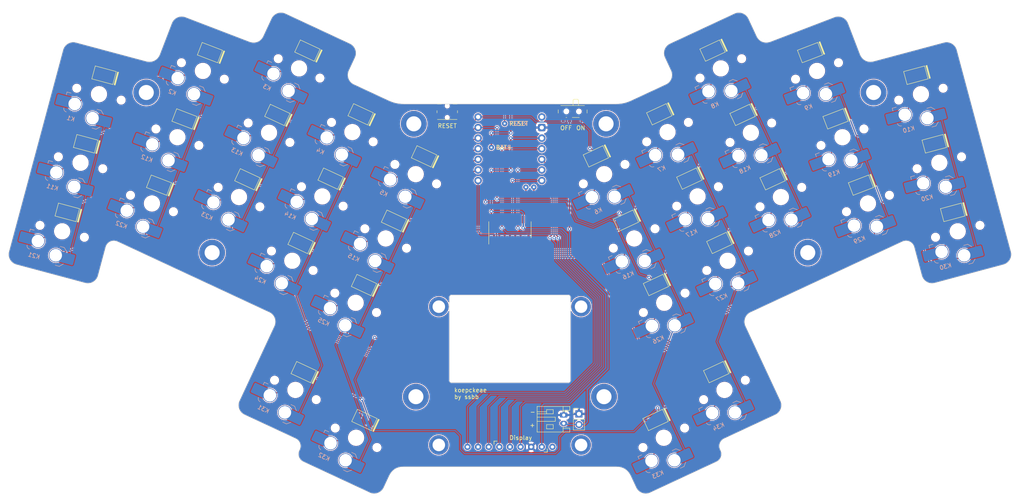
<source format=kicad_pcb>
(kicad_pcb (version 20221018) (generator pcbnew)
  (layers (0 "F.Cu" signal) (31 "B.Cu" signal) (34 "B.Paste" user) (35 "F.Paste" user) (36 "B.SilkS" user "B.Silkscreen") (37 "F.SilkS" user "F.Silkscreen") (38 "B.Mask" user) (39 "F.Mask" user) (44 "Edge.Cuts" user))
  (net 0 "")
  (net 1 "P009")
  (net 2 "P010")
  (net 3 "MISO")
  (net 4 "HEADER_CS")
  (net 5 "MOSI")
  (net 6 "SCK")
  (net 7 "GND")
  (net 8 "VCC")
  (net 10 "VBAT")
  (net 11 "COL0")
  (net 12 "Net-(K1-Pad2)")
  (net 13 "ROW0")
  (net 14 "COL1")
  (net 15 "Net-(K2-Pad2)")
  (net 16 "COL2")
  (net 17 "Net-(K3-Pad2)")
  (net 18 "COL3")
  (net 19 "Net-(K4-Pad2)")
  (net 20 "COL4")
  (net 21 "Net-(K5-Pad2)")
  (net 22 "COL5")
  (net 23 "Net-(K6-Pad2)")
  (net 24 "COL6")
  (net 25 "Net-(K7-Pad2)")
  (net 26 "COL7")
  (net 27 "Net-(K8-Pad2)")
  (net 28 "COL8")
  (net 29 "Net-(K9-Pad2)")
  (net 30 "COL9")
  (net 31 "Net-(K10-Pad2)")
  (net 32 "Net-(K11-Pad2)")
  (net 33 "ROW1")
  (net 34 "Net-(K12-Pad2)")
  (net 35 "Net-(K13-Pad2)")
  (net 36 "Net-(K14-Pad2)")
  (net 37 "Net-(K15-Pad2)")
  (net 38 "Net-(K16-Pad2)")
  (net 39 "Net-(K17-Pad2)")
  (net 40 "Net-(K18-Pad2)")
  (net 41 "Net-(K19-Pad2)")
  (net 42 "Net-(K20-Pad2)")
  (net 43 "Net-(K21-Pad2)")
  (net 44 "ROW2")
  (net 45 "Net-(K22-Pad2)")
  (net 46 "Net-(K23-Pad2)")
  (net 47 "Net-(K24-Pad2)")
  (net 48 "Net-(K25-Pad2)")
  (net 49 "Net-(K26-Pad2)")
  (net 50 "Net-(K27-Pad2)")
  (net 51 "Net-(K28-Pad2)")
  (net 52 "Net-(K29-Pad2)")
  (net 53 "Net-(K30-Pad2)")
  (net 54 "Net-(K31-Pad2)")
  (net 55 "ROW3")
  (net 56 "Net-(K32-Pad2)")
  (net 57 "Net-(K33-Pad2)")
  (net 58 "Net-(K34-Pad2)")
  (net 59 "RESET")
  (net 61 "BAT+")
  (net 63 "IO_CS")
  (footprint "koepckeae:SW_choc_v1_HS_1u" (layer "F.Cu") (at 229.276751 63.034439 21)
    (fp_text reference "K19")
    (fp_text value "PG1350" hide)
  )
  (footprint "koepckeae:SW_choc_v1_HS_1u" (layer "F.Cu") (at 92.083888 61.960348 -25)
    (fp_text reference "K13")
    (fp_text value "PG1350" hide)
  )
  (footprint "koepckeae:SW_choc_v1_HS_1u" (layer "F.Cu") (at 194.60839 77.213528 25)
    (fp_text reference "K17")
    (fp_text value "PG1350" hide)
  )
  (footprint "koepckeae:SW_choc_v1_HS_1u" (layer "F.Cu") (at 186.5289 135.01382 25)
    (fp_text reference "K33")
    (fp_text value "PG1350" hide)
  )
  (footprint "koepckeae:SW_choc_v1_HS_1u" (layer "F.Cu") (at 84.899289 77.367773 -25)
    (fp_text reference "K23")
    (fp_text value "PG1350" hide)
  )
  (footprint "koepckeae:MountingHole" (layer "F.Cu") (at 127.22021 125.174882)
    (fp_text reference "H7" hide)
    (fp_text value "MountingHole" hide)
  )
  (footprint "koepckeae:SW_choc_v1_HS_1u" (layer "F.Cu") (at 127.180576 71.878453 -25)
    (fp_text reference "K5")
    (fp_text value "PG1350" hide)
  )
  (footprint "koepckeae:SW_choc_v1_HS_1u" (layer "F.Cu") (at 200.171923 46.552914 25)
    (fp_text reference "K8")
    (fp_text value "PG1350" hide)
  )
  (footprint "koepckeae:SW_choc_v1_HS_1u" (layer "F.Cu") (at 42.594473 85.570404 -15)
    (fp_text reference "K21")
    (fp_text value "PG1350" hide)
  )
  (footprint "koepckeae:Adafruit_Sharp_Memory_Display_1.3in" (layer "F.Cu") (at 149.720207 120.174878)
    (fp_text reference "J1" hide)
    (fp_text value "Conn_01x09_Socket")
  )
  (footprint "koepckeae:Xiao_nRF52840_AH_Pogo" (layer "F.Cu") (at 149.720207 65.796409)
    (fp_text reference "U1" hide)
    (fp_text value "Seeeduino Xiao nRF52840")
  )
  (footprint "koepckeae:SW_choc_v1_HS_1u" (layer "F.Cu") (at 256.84595 85.570404 15)
    (fp_text reference "K30")
    (fp_text value "PG1350" hide)
  )
  (footprint "Package_SO:SOIC-16_3.9x9.9mm_P1.27mm" (layer "F.Cu") (at 149.720209 85.201412 90)
    (fp_text reference "U2" hide)
    (fp_text value "74HC595" hide)
  )
  (footprint "koepckeae:MountingHole" (layer "F.Cu") (at 62.720213 52.326409)
    (fp_text reference "H1" hide)
    (fp_text value "MountingHole" hide)
  )
  (footprint "koepckeae:MountingHole" (layer "F.Cu") (at 78.470211 90.674884)
    (fp_text reference "H5" hide)
    (fp_text value "MountingHole" hide)
  )
  (footprint "Connector_JST:JST_PH_S2B-PH-K_1x02_P2.00mm_Horizontal" (layer "F.Cu") (at 162.579477 129.574884 -90)
    (fp_text reference "J3" hide)
    (fp_text value "Conn_01x02_Socket" hide)
  )
  (footprint "Connector_PinHeader_2.54mm:PinHeader_1x02_P2.54mm_Vertical" (layer "F.Cu") (at 166.229477 129.299881)
    (fp_text reference "J2" hide)
    (fp_text value "Conn_01x02_Socket" hide)
  )
  (footprint "koepckeae:SW_choc_v1_HS_1u" (layer "F.Cu") (at 252.445967 69.149446 15)
    (fp_text reference "K20")
    (fp_text value "PG1350" hide)
  )
  (footprint "koepckeae:SW_choc_v1_HS_1u" (layer "F.Cu") (at 104.832031 77.213526 -25)
    (fp_text reference "K14")
    (fp_text value "PG1350" hide)
  )
  (footprint "koepckeae:MountingHole" (layer "F.Cu") (at 220.970208 90.674881)
    (fp_text reference "H6" hide)
    (fp_text value "MountingHole" hide)
  )
  (footprint "koepckeae:SW_choc_v1_HS_1u" (layer "F.Cu") (at 51.394435 52.728498 -15)
    (fp_text reference "K1")
    (fp_text value "PG1350" hide)
  )
  (footprint "koepckeae:MountingHole" (layer "F.Cu") (at 236.72021 52.32641)
    (fp_text reference "H2" hide)
    (fp_text value "MountingHole" hide)
  )
  (footprint "koepckeae:SW_choc_v1_HS_1u" (layer "F.Cu") (at 201.046314 123.554886 25)
    (fp_text reference "K34")
    (fp_text value "PG1350" hide)
  )
  (footprint "koepckeae:SW_choc_v1_HS_1u" (layer "F.Cu") (at 70.163658 63.034442 -21)
    (fp_text reference "K12")
    (fp_text value "PG1350" hide)
  )
  (footprint "koepckeae:SW_choc_v1_HS_1u" (layer "F.Cu") (at 119.995974 87.285893 -25)
    (fp_text reference "K15")
    (fp_text value "PG1350" hide)
  )
  (footprint "koepckeae:SW_choc_v1_HS_1u" (layer "F.Cu") (at 112.016636 61.806091 -25)
    (fp_text reference "K4")
    (fp_text value "PG1350" hide)
  )
  (footprint "koepckeae:SW_choc_v1_HS_1u" (layer "F.Cu") (at 98.394108 123.55489 -25)
    (fp_text reference "K31")
    (fp_text value "PG1350" hide)
  )
  (footprint "Button_Switch_SMD:Panasonic_EVQPUL_EVQPUC" (layer "F.Cu") (at 134.720212 56.936402)
    (fp_text reference "SW1" hide)
    (fp_text value "SW_Push" hide)
  )
  (footprint "Button_Switch_SMD:SW_SPDT_PCM12" (layer "F.Cu") (at 164.720209 57.186408 180)
    (fp_text reference "SW2" hide)
    (fp_text value "SW_SPDT" hide)
  )
  (footprint "koepckeae:SW_choc_v1_HS_1u" (layer "F.Cu") (at 207.356528 61.960351 25)
    (fp_text reference "K18")
    (fp_text value "PG1350" hide)
  )
  (footprint "koepckeae:SW_choc_v1_HS_1u" (layer "F.Cu") (at 76.255999 47.163371 -21)
    (fp_text reference "K2")
    (fp_text value "PG1350" hide)
  )
  (footprint "koepckeae:SW_choc_v1_HS_1u" (layer "F.Cu") (at 235.369091 78.905516 21)
    (fp_text reference "K29")
    (fp_text value "PG1350" hide)
  )
  (footprint "koepckeae:SW_choc_v1_HS_1u" (layer "F.Cu") (at 112.911518 135.013822 -25)
    (fp_text reference "K32")
    (fp_text value "PG1350" hide)
  )
  (footprint "koepckeae:SW_choc_v1_HS_1u" (layer "F.Cu") (at 186.629051 102.693321 25)
    (fp_text reference "K26")
    (fp_text value "PG1350" hide)
  )
  (footprint "koepckeae:MountingHole" (layer "F.Cu") (at 172.720208 59.826407)
    (fp_text reference "H4" hide)
    (fp_text value "MountingHole" hide)
  )
  (footprint "koepckeae:SW_choc_v1_HS_1u" (layer "F.Cu") (at 97.647423 92.62096 -25)
    (fp_text reference "K24")
    (fp_text value "PG1350" hide)
  )
  (footprint "koepckeae:SW_choc_v1_HS_1u" (layer "F.Cu") (at 201.792987 92.620955 25)
    (fp_text reference "K27")
    (fp_text value "PG1350" hide)
  )
  (footprint "koepckeae:SW_choc_v1_HS_1u" (layer "F.Cu") (at 46.99445 69.149452 -15)
    (fp_text reference "K11")
    (fp_text value "PG1350" hide)
  )
  (footprint "koepckeae:SW_choc_v1_HS_1u" (layer "F.Cu") (at 179.444445 87.285888 25)
    (fp_text reference "K16")
    (fp_text value "PG1350" hide)
  )
  (footprint "koepckeae:SW_choc_v1_HS_1u" (layer "F.Cu") (at 248.045988 52.728499 15)
    (fp_text reference "K10")
    (fp_text value "PG1350" hide)
  )
  (footprint "koepckeae:SW_choc_v1_HS_1u" (layer "F.Cu") (at 64.071329 78.905516 -21)
    (fp_text reference "K22")
    (fp_text value "PG1350" hide)
  )
  (footprint "koepckeae:SW_choc_v1_HS_1u" (layer "F.Cu") (at 187.423787 61.80609 25)
    (fp_text reference "K7")
    (fp_text value "PG1350" hide)
  )
  (footprint "koepckeae:SW_choc_v1_HS_1u" (layer "F.Cu") (at 99.268495 46.552914 -25)
    (fp_text reference "K3")
    (fp_text value "PG1350" hide)
  )
  (footprint "koepckeae:SW_choc_v1_HS_1u" (layer "F.Cu") (at 214.541131 77.367783 25)
    (fp_text reference "K28")
    (fp_text value "PG1350" hide)
  )
  (footprint "koepckeae:SW_choc_v1_HS_1u" (layer "F.Cu") (at 223.184418 47.163369 21)
    (fp_text reference "K9")
    (fp_text value "PG1350" hide)
  )
  (footprint "koepckeae:SW_choc_v1_HS_1u" (layer "F.Cu") (at 112.811369 102.693326 -25)
    (fp_text reference "K25")
    (fp_text value "PG1350" hide)
  )
  (footprint "koepckeae:MountingHole" (layer "F.Cu") (at 126.720211 59.826408)
    (fp_text reference "H3" hide)
    (fp_text value "MountingHole" hide)
  )
  (footprint "koepckeae:MountingHole" (layer "F.Cu") (at 172.220208 125.174877)
    (fp_text reference "H8" hide)
    (fp_text value "MountingHole" hide)
  )
  (footprint "koepckeae:SW_choc_v1_HS_1u" (layer "F.Cu") (at 172.259837 71.878457 25)
    (fp_text reference "K6")
    (fp_text value "PG1350" hide)
  )
  (gr_line (start 145.904495 136.573819) (end 145.904494 135.823818) (stroke (width 0.15)) (layer "F.SilkS"))
  (gr_line (start 145.904494 135.823818) (end 146.654494 135.82382) (stroke (width 0.15)) (layer "F.SilkS"))
  (gr_line (start 158.654495 138.448819) (end 157.904495 138.448819) (stroke (width 0.15)) (layer "F.SilkS"))
  (gr_line (start 158.654494 137.698819) (end 158.654495 138.448819) (stroke (width 0.15)) (layer "F.SilkS"))
  (gr_curve (pts (xy 52.960843 89.383339) (xy 53.282008 88.140615) (xy 54.604831 87.433403) (xy 55.873657 88.025069)) (stroke (width 0.1)) (layer "Edge.Cuts"))
  (gr_line (start 68.85356 35.752684) (end 65.995998 43.196868) (stroke (width 0.1)) (layer "Edge.Cuts"))
  (gr_curve (pts (xy 120.767812 144.194168) (xy 121.507398 142.608128) (xy 122.715401 141.928395) (xy 124.32436 141.928402)) (stroke (width 0.1)) (layer "Edge.Cuts"))
  (gr_curve (pts (xy 246.479587 89.383339) (xy 246.158415 88.140613) (xy 244.835599 87.433399) (xy 243.566767 88.025067)) (stroke (width 0.1)) (layer "Edge.Cuts"))
  (gr_arc (start 183.262769 148.122311) (mid 181.351159 148.205786) (end 179.940462 146.913088) (stroke (width 0.1)) (layer "Edge.Cuts"))
  (gr_line (start 135.720213 121.826409) (end 163.72021 121.826404) (stroke (width 0.1)) (layer "Edge.Cuts"))
  (gr_arc (start 135.220213 101.326408) (mid 135.366657 100.972854) (end 135.720212 100.82641) (stroke (width 0.1)) (layer "Edge.Cuts"))
  (gr_arc (start 100.317256 140.726494) (mid 99.283176 139.597909) (end 99.349882 138.06864) (stroke (width 0.1)) (layer "Edge.Cuts"))
  (gr_line (start 253.538872 40.386739) (end 236.754594 44.882311) (stroke (width 0.1)) (layer "Edge.Cuts"))
  (gr_arc (start 251.353178 97.912588) (mid 249.456133 97.66285) (end 248.291315 96.144817) (stroke (width 0.1)) (layer "Edge.Cuts"))
  (gr_line (start 200.090541 138.068639) (end 199.98489 137.84206) (stroke (width 0.1)) (layer "Edge.Cuts"))
  (gr_arc (start 203.438047 33.444424) (mid 205.349646 33.360959) (end 206.760358 34.653648) (stroke (width 0.1)) (layer "Edge.Cuts"))
  (gr_arc (start 98.488155 135.184215) (mid 99.522326 136.31278) (end 99.45553 137.842062) (stroke (width 0.1)) (layer "Edge.Cuts"))
  (gr_curve (pts (xy 236.754594 44.882311) (xy 235.112524 45.322298) (xy 233.89182 44.362379) (xy 233.44386 43.195404)) (stroke (width 0.1)) (layer "Edge.Cuts"))
  (gr_arc (start 119.499959 146.913087) (mid 118.089247 148.205797) (end 116.177646 148.122314) (stroke (width 0.1)) (layer "Edge.Cuts"))
  (gr_line (start 243.566767 88.025067) (end 207.267169 104.951846) (stroke (width 0.1)) (layer "Edge.Cuts"))
  (gr_line (start 99.349882 138.06864) (end 99.45553 137.842062) (stroke (width 0.1)) (layer "Edge.Cuts"))
  (gr_line (start 230.586859 35.75268) (end 233.44386 43.195404) (stroke (width 0.1)) (layer "Edge.Cuts"))
  (gr_line (start 186.821588 43.951253) (end 188.2739 47.065762) (stroke (width 0.1)) (layer "Edge.Cuts"))
  (gr_curve (pts (xy 120.65033 54.246584) (xy 121.467176 54.582758) (xy 122.467181 55.082758) (xy 124.467179 55.082756)) (stroke (width 0.1)) (layer "Edge.Cuts"))
  (gr_line (start 112.375742 50.388079) (end 120.65033 54.246584) (stroke (width 0.1)) (layer "Edge.Cuts"))
  (gr_line (start 267.773919 93.512661) (end 251.353178 97.912588) (stroke (width 0.1)) (layer "Edge.Cuts"))
  (gr_line (start 163.720208 100.82641) (end 135.720212 100.82641) (stroke (width 0.1)) (layer "Edge.Cuts"))
  (gr_arc (start 164.220211 121.326403) (mid 164.073793 121.679989) (end 163.72021 121.826404) (stroke (width 0.1)) (layer "Edge.Cuts"))
  (gr_arc (start 42.839796 42.154087) (mid 44.004606 40.636056) (end 45.901662 40.386316) (stroke (width 0.1)) (layer "Edge.Cuts"))
  (gr_line (start 214.396646 126.156548) (end 206.057946 108.274163) (stroke (width 0.1)) (layer "Edge.Cuts"))
  (gr_line (start 206.760358 34.653648) (end 208.695951 38.80454) (stroke (width 0.1)) (layer "Edge.Cuts"))
  (gr_line (start 45.901662 40.386316) (end 62.685259 44.883775) (stroke (width 0.1)) (layer "Edge.Cuts"))
  (gr_arc (start 31.666502 93.512663) (mid 30.148356 92.347906) (end 29.898727 90.450793) (stroke (width 0.1)) (layer "Edge.Cuts"))
  (gr_arc (start 200.090541 138.068639) (mid 200.157256 139.597888) (end 199.123161 140.726492) (stroke (width 0.1)) (layer "Edge.Cuts"))
  (gr_curve (pts (xy 87.352998 40.176473) (xy 88.851632 40.73708) (xy 90.174514 40.081294) (xy 90.743494 38.806624)) (stroke (width 0.1)) (layer "Edge.Cuts"))
  (gr_line (start 92.682172 34.649118) (end 90.743494 38.806624) (stroke (width 0.1)) (layer "Edge.Cuts"))
  (gr_arc (start 199.98489 137.84206) (mid 199.918104 136.312772) (end 200.952267 135.184209) (stroke (width 0.1)) (layer "Edge.Cuts"))
  (gr_curve (pts (xy 178.80821 54.238138) (xy 177.995593 54.583373) (xy 176.995594 55.08337) (xy 174.995598 55.083366)) (stroke (width 0.1)) (layer "Edge.Cuts"))
  (gr_arc (start 269.541687 90.4508) (mid 269.291964 92.347875) (end 267.773919 93.512661) (stroke (width 0.1)) (layer "Edge.Cuts"))
  (gr_arc (start 186.821588 43.951253) (mid 186.738118 42.039657) (end 188.030813 40.628938) (stroke (width 0.1)) (layer "Edge.Cuts"))
  (gr_line (start 124.32436 141.928402) (end 175.116058 141.928399) (stroke (width 0.1)) (layer "Edge.Cuts"))
  (gr_line (start 98.488155 135.184215) (end 86.253001 129.478869) (stroke (width 0.1)) (layer "Edge.Cuts"))
  (gr_arc (start 135.720213 121.826409) (mid 135.366589 121.680026) (end 135.220213 121.326409) (stroke (width 0.1)) (layer "Edge.Cuts"))
  (gr_line (start 203.438047 33.444424) (end 188.030813 40.628938) (stroke (width 0.1)) (layer "Edge.Cuts"))
  (gr_line (start 269.541687 90.4508) (end 256.600732 42.154508) (stroke (width 0.1)) (layer "Edge.Cuts"))
  (gr_arc (start 68.85356 35.752684) (mid 70.170682 34.364742) (end 72.083427 34.314655) (stroke (width 0.1)) (layer "Edge.Cuts"))
  (gr_line (start 51.149102 96.144817) (end 52.960843 89.383339) (stroke (width 0.1)) (layer "Edge.Cuts"))
  (gr_line (start 112.618821 43.951254) (end 111.166519 47.065768) (stroke (width 0.1)) (layer "Edge.Cuts"))
  (gr_arc (start 214.396646 126.156548) (mid 214.480188 128.068181) (end 213.187416 129.478855) (stroke (width 0.1)) (layer "Edge.Cuts"))
  (gr_line (start 187.064672 50.388077) (end 178.80821 54.238138) (stroke (width 0.1)) (layer "Edge.Cuts"))
  (gr_curve (pts (xy 212.08645 40.17439) (xy 210.587807 40.734993) (xy 209.264934 40.079207) (xy 208.695948 38.804538)) (stroke (width 0.1)) (layer "Edge.Cuts"))
  (gr_arc (start 253.538872 40.386739) (mid 255.435934 40.636499) (end 256.600732 42.154508) (stroke (width 0.1)) (layer "Edge.Cuts"))
  (gr_line (start 72.083427 34.314655) (end 87.352998 40.176473) (stroke (width 0.1)) (layer "Edge.Cuts"))
  (gr_arc (start 206.057946 108.274163) (mid 205.974463 106.362557) (end 207.267169 104.951846) (stroke (width 0.1)) (layer "Edge.Cuts"))
  (gr_line (start 116.177646 148.122314) (end 100.317256 140.726494) (stroke (width 0.1)) (layer "Edge.Cuts"))
  (gr_arc (start 86.253001 129.478869) (mid 84.960342 128.068144) (end 85.04378 126.156552) (stroke (width 0.1)) (layer "Edge.Cuts"))
  (gr_line (start 96.004485 33.439898) (end 111.409602 40.62894) (stroke (width 0.1)) (layer "Edge.Cuts"))
  (gr_curve (pts (xy 62.685259 44.883775) (xy 64.327338 45.323764) (xy 65.548034 44.363844) (xy 65.995998 43.196868)) (stroke (width 0.1)) (layer "Edge.Cuts"))
  (gr_arc (start 188.2739 47.065762) (mid 188.357355 48.977358) (end 187.064672 50.388077) (stroke (width 0.1)) (layer "Edge.Cuts"))
  (gr_arc (start 227.356986 34.314648) (mid 229.269745 34.364739) (end 230.586859 35.75268) (stroke (width 0.1)) (layer "Edge.Cuts"))
  (gr_arc (start 163.720208 100.82641) (mid 164.073816 100.972824) (end 164.220209 101.326406) (stroke (width 0.1)) (layer "Edge.Cuts"))
  (gr_arc (start 112.375742 50.388079) (mid 111.08311 48.977352) (end 111.166519 47.065768) (stroke (width 0.1)) (layer "Edge.Cuts"))
  (gr_line (start 31.666502 93.512663) (end 48.08724 97.912581) (stroke (width 0.1)) (layer "Edge.Cuts"))
  (gr_line (start 119.499959 146.913087) (end 120.767812 144.194168) (stroke (width 0.1)) (layer "Edge.Cuts"))
  (gr_arc (start 111.409602 40.62894) (mid 112.702356 42.039647) (end 112.618821 43.951254) (stroke (width 0.1)) (layer "Edge.Cuts"))
  (gr_line (start 29.898727 90.450793) (end 42.839796 42.154087) (stroke (width 0.1)) (layer "Edge.Cuts"))
  (gr_line (start 93.382475 108.274167) (end 85.04378 126.156552) (stroke (width 0.1)) (layer "Edge.Cuts"))
  (gr_line (start 183.262769 148.122311) (end 199.123161 140.726492) (stroke (width 0.1)) (layer "Edge.Cuts"))
  (gr_arc (start 92.173248 104.951846) (mid 93.465923 106.362566) (end 93.382475 108.274167) (stroke (width 0.1)) (layer "Edge.Cuts"))
  (gr_arc (start 51.149102 96.144817) (mid 49.984292 97.662844) (end 48.08724 97.912581) (stroke (width 0.1)) (layer "Edge.Cuts"))
  (gr_line (start 200.952267 135.184209) (end 213.187416 129.478855) (stroke (width 0.1)) (layer "Edge.Cuts"))
  (gr_line (start 179.940462 146.913088) (end 178.672606 144.19416) (stroke (width 0.1)) (layer "Edge.Cuts"))
  (gr_line (start 174.995598 55.083366) (end 124.467179 55.082756) (stroke (width 0.1)) (layer "Edge.Cuts"))
  (gr_line (start 135.220213 101.326408) (end 135.220213 121.326409) (stroke (width 0.1)) (layer "Edge.Cuts"))
  (gr_line (start 227.356986 34.314648) (end 212.08645 40.17439) (stroke (width 0.1)) (layer "Edge.Cuts"))
  (gr_line (start 92.173248 104.951846) (end 55.873657 88.025069) (stroke (width 0.1)) (layer "Edge.Cuts"))
  (gr_line (start 248.291315 96.144817) (end 246.479587 89.383339) (stroke (width 0.1)) (layer "Edge.Cuts"))
  (gr_curve (pts (xy 178.672605 144.194168) (xy 177.933023 142.60813) (xy 176.725016 141.92839) (xy 175.116058 141.928399)) (stroke (width 0.1)) (layer "Edge.Cuts"))
  (gr_line (start 164.220211 121.326403) (end 164.220209 101.326406) (stroke (width 0.1)) (layer "Edge.Cuts"))
  (gr_arc (start 92.682172 34.649118) (mid 94.092906 33.356465) (end 96.004485 33.439898) (stroke (width 0.1)) (layer "Edge.Cuts"))
  (gr_text "koepckeae \nby ssbb\n" (at 136.304495 125.8) (layer "F.SilkS") (effects (font (size 1 1)) (justify left bottom)))
  (gr_text "Display" (at 149.504495 135.6) (layer "F.SilkS") (effects (font (size 1 1)) (justify left bottom)))
  (segment (start 159.846695 77.669384) (end 159.846697 86.323512) (width 0.25) (layer "F.Cu") (net 1))
  (segment (start 159.297195 86.873016) (end 159.297193 87.0995) (width 0.25) (layer "F.Cu") (net 1))
  (segment (start 153.530209 75.003909) (end 153.530208 76.352894) (width 0.25) (layer "F.Cu") (net 1))
  (segment (start 159.846697 86.323512) (end 159.297195 86.873016) (width 0.25) (layer "F.Cu") (net 1))
  (segment (start 154.177313 77) (end 159.177312 77.000002) (width 0.25) (layer "F.Cu") (net 1))
  (segment (start 159.177312 77.000002) (end 159.846695 77.669384) (width 0.25) (layer "F.Cu") (net 1))
  (segment (start 153.530208 76.352894) (end 154.177313 77) (width 0.25) (layer "F.Cu") (net 1))
  (via (at 159.297193 87.0995) (size 0.8) (drill 0.4) (layers "F.Cu" "B.Cu") (net 1))
  (segment (start 160.670209 88.498314) (end 159.297194 87.125303) (width 0.25) (layer "B.Cu") (net 1))
  (segment (start 139.560208 127.610003) (end 143.02021 124.150001) (width 0.25) (layer "B.Cu") (net 1))
  (segment (start 143.02021 124.150001) (end 162.860408 124.15) (width 0.25) (layer "B.Cu") (net 1))
  (segment (start 169.877314 101.824006) (end 160.670211 92.616902) (width 0.25) (layer "B.Cu") (net 1))
  (segment (start 169.877312 117.133096) (end 169.877314 101.824006) (width 0.25) (layer "B.Cu") (net 1))
  (segment (start 159.297194 87.125303) (end 159.297193 87.0995) (width 0.25) (layer "B.Cu") (net 1))
  (segment (start 139.560206 137.192878) (end 139.560208 127.610003) (width 0.25) (layer "B.Cu") (net 1))
  (segment (start 162.860408 124.15) (end 169.877312 117.133096) (width 0.25) (layer "B.Cu") (net 1))
  (segment (start 160.670211 92.616902) (end 160.670209 88.498314) (width 0.25) (layer "B.Cu") (net 1))
  (segment (start 160.296696 77.482988) (end 160.296697 87.099497) (width 0.25) (layer "F.Cu") (net 2))
  (segment (start 155.435208 76.257893) (end 155.727313 76.55) (width 0.25) (layer "F.Cu") (net 2))
  (segment (start 159.36371 76.55) (end 160.296696 77.482988) (width 0.25) (layer "F.Cu") (net 2))
  (segment (start 155.727313 76.55) (end 159.36371 76.55) (width 0.25) (layer "F.Cu") (net 2))
  (segment (start 155.435207 75.003909) (end 155.435208 76.257893) (width 0.25) (layer "F.Cu") (net 2))
  (via (at 160.296697 87.099497) (size 0.8) (drill 0.4) (layers "F.Cu" "B.Cu") (net 2))
  (segment (start 142.100205 127.570004) (end 145.070211 124.599999) (width 0.25) (layer "B.Cu") (net 2))
  (segment (start 160.296697 87.157093) (end 160.296697 87.099497) (width 0.25) (layer "B.Cu") (net 2))
  (segment (start 161.12021 92.430508) (end 161.120208 87.980605) (width 0.25) (layer "B.Cu") (net 2))
  (segment (start 163.046805 124.6) (end 170.327314 117.319492) (width 0.25) (layer "B.Cu") (net 2))
  (segment (start 145.070211 124.599999) (end 163.046805 124.6) (width 0.25) (layer "B.Cu") (net 2))
  (segment (start 170.327314 117.319492) (end 170.327312 101.637613) (width 0.25) (layer "B.Cu") (net 2))
  (segment (start 161.120208 87.980605) (end 160.296697 87.157093) (width 0.25) (layer "B.Cu") (net 2))
  (segment (start 142.100209 137.192876) (end 142.100205 127.570004) (width 0.25) (layer "B.Cu") (net 2))
  (segment (start 170.327312 101.637613) (end 161.12021 92.430508) (width 0.25) (layer "B.Cu") (net 2))
  (segment (start 160.746697 71.742898) (end 160.746696 86.426487) (width 0.25) (layer "F.Cu") (net 3))
  (segment (start 161.295711 86.975501) (end 161.29571 87.130801) (width 0.25) (layer "F.Cu") (net 3))
  (segment (start 157.340208 68.336408) (end 160.746697 71.742898) (width 0.25) (layer "F.Cu") (net 3))
  (segment (start 160.746696 86.426487) (end 161.295711 86.975501) (width 0.25) (layer "F.Cu") (net 3))
  (via (at 161.29571 87.130801) (size 0.8) (drill 0.4) (layers "F.Cu" "B.Cu") (net 3))
  (segment (start 161.570208 87.405297) (end 161.29571 87.130801) (width 0.25) (layer "B.Cu") (net 3))
  (segment (start 163.233199 125.049999) (end 170.777314 117.505887) (width 0.25) (layer "B.Cu") (net 3))
  (segment (start 144.640207 127.530003) (end 147.12021 125.05) (width 0.25) (layer "B.Cu") (net 3))
  (segment (start 170.777314 117.505887) (end 170.777312 101.451217) (width 0.25) (layer "B.Cu") (net 3))
  (segment (start 170.777312 101.451217) (end 161.570208 92.244112) (width 0.25) (layer "B.Cu") (net 3))
  (segment (start 147.12021 125.05) (end 163.233199 125.049999) (width 0.25) (layer "B.Cu") (net 3))
  (segment (start 161.570208 92.244112) (end 161.570208 87.405297) (width 0.25) (layer "B.Cu") (net 3))
  (segment (start 144.640207 137.192878) (end 144.640207 127.530003) (width 0.25) (layer "B.Cu") (net 3))
  (segment (start 142.100206 85.629998) (end 142.845211 86.375001) (width 0.25) (layer "B.Cu") (net 4))
  (segment (start 171.227315 101.264821) (end 171.227314 117.692284) (width 0.25) (layer "B.Cu") (net 4))
  (segment (start 163.419601 125.499998) (end 149.220207 125.500001) (width 0.25) (layer "B.Cu") (net 4))
  (segment (start 162.020208 92.057717) (end 171.227315 101.264821) (width 0.25) (layer "B.Cu") (net 4))
  (segment (start 142.845211 86.375001) (end 161.56531 86.374999) (width 0.25) (layer "B.Cu") (net 4))
  (segment (start 147.180207 127.540002) (end 147.180207 137.192876) (width 0.25) (layer "B.Cu") (net 4))
  (segment (start 171.227314 117.692284) (end 163.419601 125.499998) (width 0.25) (layer "B.Cu") (net 4))
  (segment (start 162.020209 86.8299) (end 162.020208 92.057717) (width 0.25) (layer "B.Cu") (net 4))
  (segment (start 161.56531 86.374999) (end 162.020209 86.8299) (width 0.25) (layer "B.Cu") (net 4))
  (segment (start 142.100207 73.416409) (end 142.100206 85.629998) (width 0.25) (layer "B.Cu") (net 4))
  (segment (start 149.220207 125.500001) (end 147.180207 127.540002) (width 0.25) (layer "B.Cu") (net 4))
  (segment (start 147.815209 65.812104) (end 147.827312 65.8) (width 0.25) (layer "F.Cu") (net 5))
  (segment (start 147.815209 84.749999) (end 147.815209 82.726412) (width 0.25) (layer "F.Cu") (net 5))
  (segment (start 147.815209 82.726412) (end 147.815209 65.812104) (width 0.25) (layer "F.Cu") (net 5))
  (via (at 147.827312 65.8) (size 0.8) (drill 0.4) (layers "F.Cu" "B.Cu") (net 5))
  (via (at 147.815209 84.749999) (size 0.8) (drill 0.4) (layers "F.Cu" "B.Cu") (net 5))
  (segment (start 148.990209 85.925) (end 161.751707 85.925) (width 0.25) (layer "B.Cu") (net 5))
  (segment (start 147.815209 84.749999) (end 148.990209 85.925) (width 0.25) (layer "B.Cu") (net 5))
  (segment (start 147.827312 65.8) (end 147.830904 65.796409) (width 0.25) (layer "B.Cu") (net 5))
  (segment (start 147.830904 65.796409) (end 157.340207 65.796409) (width 0.25) (layer "B.Cu") (net 5))
  (segment (start 151.270209 125.95) (end 149.720206 127.500002) (width 0.25) (layer "B.Cu") (net 5))
  (segment (start 171.677314 101.078424) (end 171.677314 117.87868) (width 0.25) (layer "B.Cu") (net 5))
  (segment (start 161.751707 85.925) (end 162.470209 86.643502) (width 0.25) (layer "B.Cu") (net 5))
  (segment (start 163.605994 125.95) (end 151.270209 125.95) (width 0.25) (layer "B.Cu") (net 5))
  (segment (start 162.470209 86.643502) (end 162.470209 91.87132) (width 0.25) (layer "B.Cu") (net 5))
  (segment (start 162.470209 91.87132) (end 171.677314 101.078424) (width 0.25) (layer "B.Cu") (net 5))
  (segment (start 149.720206 127.500002) (end 149.720208 137.192878) (width 0.25) (layer "B.Cu") (net 5))
  (segment (start 171.677314 117.87868) (end 163.605994 125.95) (width 0.25) (layer "B.Cu") (net 5))
  (segment (start 151.627311 70.900005) (end 151.627314 82.724307) (width 0.25) (layer "F.Cu") (net 6))
  (segment (start 151.62521 84.750002) (end 151.625209 82.726411) (width 0.25) (layer "F.Cu") (net 6))
  (via (at 151.627311 70.900005) (size 0.8) (drill 0.4) (layers "F.Cu" "B.Cu") (net 6))
  (via (at 151.62521 84.750002) (size 0.8) (drill 0.4) (layers "F.Cu" "B.Cu") (net 6))
  (segment (start 163.792391 126.4) (end 153.320209 126.399999) (width 0.25) (layer "B.Cu") (net 6))
  (segment (start 157.340207 70.876409) (end 151.650905 70.876407) (width 0.25) (layer "B.Cu") (net 6))
  (segment (start 161.938103 85.475) (end 162.920208 86.457106) (width 0.25) (layer "B.Cu") (net 6))
  (segment (start 151.650905 70.876407) (end 151.627311 70.900005) (width 0.25) (layer "B.Cu") (net 6))
  (segment (start 162.920208 86.457106) (end 162.920209 91.684925) (width 0.25) (layer "B.Cu") (net 6))
  (segment (start 172.127313 100.892028) (end 172.127314 118.065076) (width 0.25) (layer "B.Cu") (net 6))
  (segment (start 151.62521 84.750002) (end 152.350209 85.475001) (width 0.25) (layer "B.Cu") (net 6))
  (segment (start 162.920209 91.684925) (end 172.127313 100.892028) (width 0.25) (layer "B.Cu") (net 6))
  (segment (start 152.350209 85.475001) (end 161.938103 85.475) (width 0.25) (layer "B.Cu") (net 6))
  (segment (start 152.260208 127.460002) (end 152.260206 137.192877) (width 0.25) (layer "B.Cu") (net 6))
  (segment (start 172.127314 118.065076) (end 163.792391 126.4) (width 0.25) (layer "B.Cu") (net 6))
  (segment (start 153.320209 126.399999) (end 152.260208 127.460002) (width 0.25) (layer "B.Cu") (net 6))
  (segment (start 145.275209 70.947897) (end 145.275209 80.805) (width 0.35) (layer "F.Cu") (net 8))
  (segment (start 145.275209 80.805) (end 145.275209 82.726411) (width 0.35) (layer "F.Cu") (net 8))
  (segment (start 152.89521 84.750001) (end 152.895209 82.726409) (width 0.35) (layer "F.Cu") (net 8))
  (segment (start 149.927311 63.256408) (end 149.927313 70.899998) (width 0.35) (layer "F.Cu") (net 8))
  (via (at 149.927313 70.899998) (size 0.8) (drill 0.4) (layers "F.Cu" "B.Cu") (net 8))
  (via (at 152.89521 84.750001) (size 0.8) (drill 0.4) (layers "F.Cu" "B.Cu") (net 8))
  (via (at 149.927311 63.256408) (size 0.8) (drill 0.4) (layers "F.Cu" "B.Cu") (net 8))
  (via (at 145.275209 80.805) (size 0.8) (drill 0.4) (layers "F.Cu" "B.Cu") (net 8))
  (via (at 145.275209 70.947897) (size 0.8) (drill 0.4) (layers "F.Cu" "B.Cu") (net 8))
  (segment (start 152.482312 80.804998) (end 145.275209 80.805) (width 0.35) (layer "B.Cu") (net 8))
  (segment (start 153.120208 84.975) (end 162.14521 84.974999) (width 0.35) (layer "B.Cu") (net 8))
  (segment (start 152.927313 81.249998) (end 152.482312 80.804998) (width 0.35) (layer "B.Cu") (net 8))
  (segment (start 145.323106 70.900002) (end 145.275209 70.947897) (width 0.35) (layer "B.Cu") (net 8))
  (segment (start 163.420209 91.477817) (end 172.627312 100.684922) (width 0.35) (layer "B.Cu") (net 8))
  (segment (start 152.927313 84.717896) (end 152.927313 81.249998) (width 0.35) (layer "B.Cu") (net 8))
  (segment (start 163.420209 86.25) (end 163.420209 91.477817) (width 0.35) (layer "B.Cu") (net 8))
  (segment (start 152.89521 84.750001) (end 152.927313 84.717896) (width 0.35) (layer "B.Cu") (net 8))
  (segment (start 149.927313 70.899998) (end 145.323106 70.900002) (width 0.35) (layer "B.Cu") (net 8))
  (segment (start 172.627312 100.684922) (end 172.627311 118.272183) (width 0.35) (layer "B.Cu") (net 8))
  (segment (start 157.340207 127.380002) (end 157.340207 137.192879) (width 0.35) (layer "B.Cu") (net 8))
  (segment (start 157.820209 126.9) (end 157.340207 127.380002) (width 0.35) (layer "B.Cu") (net 8))
  (segment (start 172.627311 118.272183) (end 163.999494 126.9) (width 0.35) (layer "B.Cu") (net 8))
  (segment (start 149.927311 63.256408) (end 157.340205 63.256409) (width 0.35) (layer "B.Cu") (net 8))
  (segment (start 163.999494 126.9) (end 157.820209 126.9) (width 0.35) (layer "B.Cu") (net 8))
  (segment (start 152.89521 84.750001) (end 153.120208 84.975) (width 0.35) (layer "B.Cu") (net 8))
  (segment (start 162.14521 84.974999) (end 163.420209 86.25) (width 0.35) (layer "B.Cu") (net 8))
  (segment (start 163.970212 85) (end 163.970209 58.616406) (width 0.35) (layer "F.Cu") (net 10))
  (via (at 163.970212 85) (size 0.8) (drill 0.4) (layers "F.Cu" "B.Cu") (net 10))
  (segment (start 163.970212 85) (end 163.970209 91.25) (width 0.35) (layer "B.Cu") (net 10))
  (segment (start 173.177314 100.457105) (end 173.177312 118.5) (width 0.35) (layer "B.Cu") (net 10))
  (segment (start 168.220209 123.457104) (end 168.22021 131.250001) (width 0.35) (layer "B.Cu") (net 10))
  (segment (start 168.22021 131.250001) (end 167.63033 131.839879) (width 0.35) (layer "B.Cu") (net 10))
  (segment (start 163.970209 91.25) (end 173.177314 100.457105) (width 0.35) (layer "B.Cu") (net 10))
  (segment (start 166.229478 131.839878) (end 162.844474 131.839877) (width 0.35) (layer "B.Cu") (net 10))
  (segment (start 167.63033 131.839879) (end 166.229478 131.839878) (width 0.35) (layer "B.Cu") (net 10))
  (segment (start 173.177312 118.5) (end 168.220209 123.457104) (width 0.35) (layer "B.Cu") (net 10))
  (segment (start 119.523815 114.316726) (end 120.684855 111.826864) (width 0.25) (layer "F.Cu") (net 11))
  (segment (start 56.307468 85.766037) (end 98.722508 105.544497) (width 0.25) (layer "F.Cu") (net 11))
  (segment (start 99.593148 107.936562) (end 116.014553 115.593988) (width 0.25) (layer "F.Cu") (net 11))
  (segment (start 98.722508 105.544497) (end 99.593148 107.936562) (width 0.25) (layer "F.Cu") (net 11))
  (segment (start 131.966291 87.632563) (end 145.23136 87.632562) (width 0.25) (layer "F.Cu") (net 11))
  (segment (start 120.684609 111.826202) (end 131.966291 87.632563) (width 0.25) (layer "F.Cu") (net 11))
  (segment (start 120.684855 111.826864) (end 120.684609 111.826202) (width 0.25) (layer "F.Cu") (net 11))
  (segment (start 116.014553 115.593988) (end 119.523815 114.316726) (width 0.25) (layer "F.Cu") (net 11))
  (segment (start 41.054501 91.317661) (end 56.307468 85.766037) (width 0.25) (layer "F.Cu") (net 11))
  (segment (start 44.188929 92.157533) (end 52.988892 59.315628) (width 0.25) (layer "B.Cu") (net 11))
  (segment (start 49.01869 49.037856) (end 47.737534 53.819191) (width 0.25) (layer "F.Cu") (net 12))
  (segment (start 47.737534 53.819191) (end 45.594234 55.056624) (width 0.25) (layer "F.Cu") (net 12))
  (segment (start 51.161995 47.800416) (end 49.01869 49.037856) (width 0.25) (layer "F.Cu") (net 12))
  (segment (start 115.865377 59.252152) (end 114.385973 55.187531) (width 0.25) (layer "F.Cu") (net 13))
  (segment (start 129.713628 65.709696) (end 115.865377 59.252152) (width 0.25) (layer "F.Cu") (net 13))
  (segment (start 192.12579 42.581734) (end 186.932886 56.849123) (width 0.25) (layer "F.Cu") (net 13))
  (segment (start 243.963286 45.186595) (end 248.423316 47.761596) (width 0.25) (layer "F.Cu") (net 13))
  (segment (start 218.058516 39.966114) (end 223.040496 42.184234) (width 0.25) (layer "F.Cu") (net 13))
  (segment (start 130.662291 68.316127) (end 129.713628 65.709696) (width 0.25) (layer "F.Cu") (net 13))
  (segment (start 109.072931 52.71002) (end 106.104674 44.554803) (width 0.25) (layer "F.Cu") (net 13))
  (segment (start 78.828891 49.014198) (end 76.244995 50.164626) (width 0.25) (layer "F.Cu") (net 13))
  (segment (start 199.681026 41.595947) (end 196.625088 40.483677) (width 0.25) (layer "F.Cu") (net 13))
  (segment (start 223.040497 42.184233) (end 225.107609 43.104574) (width 0.25) (layer "F.Cu") (net 13))
  (segment (start 79.480737 43.366851) (end 80.294822 45.195318) (width 0.25) (layer "F.Cu") (net 13))
  (segment (start 69.030856 52.215529) (end 68.097275 51.85716) (width 0.25) (layer "F.Cu") (net 13))
  (segment (start 74.844623 49.627073) (end 69.030856 52.215529) (width 0.25) (layer "F.Cu") (net 13))
  (segment (start 66.387625 48.895961) (end 57.734953 46.577484) (width 0.25) (layer "F.Cu") (net 13))
  (segment (start 76.244995 50.164626) (end 74.844623 49.627073) (width 0.25) (layer "F.Cu") (net 13))
  (segment (start 87.285276 42.977832) (end 84.09283 41.489171) (width 0.25) (layer "F.Cu") (net 13))
  (segment (start 102.75021 42.990587) (end 101.699095 40.102674) (width 0.25) (layer "F.Cu") (net 13))
  (segment (start 196.625088 40.483677) (end 192.12579 42.581734) (width 0.25) (layer "F.Cu") (net 13))
  (segment (start 98.843373 38.77103) (end 87.285276 42.977832) (width 0.25) (layer "F.Cu") (net 13))
  (segment (start 230.932555 48.67817) (end 243.963286 45.186595) (width 0.25) (layer "F.Cu") (net 13))
  (segment (start 183.585999 55.942124) (end 183.112195 56.163061) (width 0.25) (layer "F.Cu") (net 13))
  (segment (start 179.05446 58.055213) (end 176.657015 64.642144) (width 0.25) (layer "F.Cu") (net 13))
  (segment (start 168.848547 65.74601) (end 171.705729 66.785941) (width 0.25) (layer "F.Cu") (net 13))
  (segment (start 84.09283 41.489171) (end 79.592507 43.127154) (width 0.25) (layer "F.Cu") (net 13))
  (segment (start 204.02136 39.572015) (end 211.753629 42.386332) (width 0.25) (layer "F.Cu") (net 13))
  (segment (start 176.657015 64.642144) (end 171.768939 66.921492) (width 0.25) (layer "F.Cu") (net 13))
  (segment (start 130.662293 68.316127) (end 138.297372 65.537187) (width 0.25) (layer "F.Cu") (net 13))
  (segment (start 57.734953 46.577484) (end 54.204662 48.615698) (width 0.25) (layer "F.Cu") (net 13))
  (segment (start 186.932886 56.849123) (end 183.960775 55.767362) (width 0.25) (layer "F.Cu") (net 13))
  (segment (start 80.294822 45.195318) (end 78.828891 49.014198) (width 0.25) (layer "F.Cu") (net 13))
  (segment (start 183.960769 55.767363) (end 183.585999 55.942124) (width 0.25) (layer "F.Cu") (net 13))
  (segment (start 68.097275 51.85716) (end 66.387625 48.895961) (width 0.25) (layer "F.Cu") (net 13))
  (segment (start 101.699095 40.102674) (end 98.843373 38.77103) (width 0.25) (layer "F.Cu") (net 13))
  (segment (start 211.753629 42.386332) (end 218.058516 39.966114) (width 0.25) (layer "F.Cu") (net 13))
  (segment (start 225.107609 43.104574) (end 226.487407 46.699062) (width 0.25) (layer "F.Cu") (net 13))
  (segment (start 138.297372 65.537187) (end 141.654033 58.338802) (width 0.25) (layer "F.Cu") (net 13))
  (segment (start 226.487407 46.699062) (end 230.932555 48.67817) (width 0.25) (layer "F.Cu") (net 13))
  (segment (start 199.681023 41.595947) (end 204.02136 39.572015) (width 0.25) (layer "F.Cu") (net 13))
  (segment (start 114.385973 55.187531) (end 109.072931 52.71002) (width 0.25) (layer "F.Cu") (net 13))
  (segment (start 183.960775 55.767362) (end 183.112195 56.163061) (width 0.25) (layer "F.Cu") (net 13))
  (segment (start 106.104674 44.554803) (end 102.75021 42.990587) (width 0.25) (layer "F.Cu") (net 13))
  (segment (start 183.112195 56.163061) (end 179.05446 58.055213) (width 0.25) (layer "F.Cu") (net 13))
  (via (at 168.848547 65.74601) (size 0.8) (drill 0.4) (layers "F.Cu" "B.Cu") (net 13))
  (segment (start 142.100206 58.176406) (end 154.746616 58.176408) (width 0.25) (layer "B.Cu") (net 13))
  (segment (start 168.848548 61.52834) (end 168.848547 65.74601) (width 0.25) (layer "B.Cu") (net 13))
  (segment (start 166.721617 59.401409) (end 168.848548 61.52834) (width 0.25) (layer "B.Cu") (net 13))
  (segment (start 154.746616 58.176408) (end 155.971618 59.40141) (width 0.25) (layer "B.Cu") (net 13))
  (segment (start 155.971618 59.40141) (end 166.721617 59.401409) (width 0.25) (layer "B.Cu") (net 13))
  (segment (start 120.197998 111.804955) (end 120.198241 111.80562) (width 0.25) (layer "F.Cu") (net 14))
  (segment (start 146.545209 86.211479) (end 146.093202 85.759476) (width 0.25) (layer "F.Cu") (net 14))
  (segment (start 146.093202 85.759476) (end 132.343203 85.759475) (width 0.25) (layer "F.Cu") (net 14))
  (segment (start 146.545211 87.676411) (end 146.545209 86.211479) (width 0.25) (layer "F.Cu") (net 14))
  (segment (start 99.952259 107.607499) (end 99.081616 105.21543) (width 0.25) (layer "F.Cu") (net 14))
  (segment (start 120.198241 111.80562) (end 119.194749 113.957613) (width 0.25) (layer "F.Cu") (net 14))
  (segment (start 119.194749 113.957613) (end 116.0358 115.107378) (width 0.25) (layer "F.Cu") (net 14))
  (segment (start 116.0358 115.107378) (end 99.952259 107.607499) (width 0.25) (layer "F.Cu") (net 14))
  (segment (start 63.444954 88.59778) (end 61.939042 84.46032) (width 0.25) (layer "F.Cu") (net 14))
  (segment (start 132.343203 85.759475) (end 120.197998 111.804955) (width 0.25) (layer "F.Cu") (net 14))
  (segment (start 99.081616 105.21543) (end 63.444954 88.59778) (width 0.25) (layer "F.Cu") (net 14))
  (segment (start 77.153173 53.881078) (end 64.968507 85.623221) (width 0.25) (layer "B.Cu") (net 14))
  (segment (start 74.279046 43.244616) (end 72.505125 47.865836) (width 0.25) (layer "F.Cu") (net 15))
  (segment (start 72.505125 47.865836) (end 70.244213 48.872453) (width 0.25) (layer "F.Cu") (net 15))
  (segment (start 76.539956 42.237991) (end 74.279046 43.244616) (width 0.25) (layer "F.Cu") (net 15))
  (segment (start 146.087203 84.583305) (end 146.54521 84.125298) (width 0.25) (layer "F.Cu") (net 16))
  (segment (start 99.44073 104.886369) (end 100.311373 107.278435) (width 0.25) (layer "F.Cu") (net 16))
  (segment (start 118.865687 113.598503) (end 119.711627 111.784374) (width 0.25) (layer "F.Cu") (net 16))
  (segment (start 88.597623 99.830145) (end 99.44073 104.886369) (width 0.25) (layer "F.Cu") (net 16))
  (segment (start 146.54521 84.125298) (end 146.545209 82.726412) (width 0.25) (layer "F.Cu") (net 16))
  (segment (start 119.711627 111.784374) (end 119.711387 111.783709) (width 0.25) (layer "F.Cu") (net 16))
  (segment (start 119.711387 111.783709) (end 132.395141 84.583306) (width 0.25) (layer "F.Cu") (net 16))
  (segment (start 82.384709 82.760305) (end 88.597623 99.830145) (width 0.25) (layer "F.Cu") (net 16))
  (segment (start 116.057048 114.620765) (end 118.865687 113.598503) (width 0.25) (layer "F.Cu") (net 16))
  (segment (start 132.395141 84.583306) (end 146.087203 84.583305) (width 0.25) (layer "F.Cu") (net 16))
  (segment (start 100.311373 107.278435) (end 116.057048 114.620765) (width 0.25) (layer "F.Cu") (net 16))
  (segment (start 99.694886 53.31684) (end 85.325676 84.131704) (width 0.25) (layer "B.Cu") (net 16))
  (segment (start 99.89534 41.659342) (end 97.569716 42.505799) (width 0.25) (layer "F.Cu") (net 17))
  (segment (start 95.477756 46.992021) (end 93.152136 47.838478) (width 0.25) (layer "F.Cu") (net 17))
  (segment (start 97.569716 42.505799) (end 95.477756 46.992021) (width 0.25) (layer "F.Cu") (net 17))
  (segment (start 137.511434 72.546585) (end 142.100207 70.876408) (width 0.25) (layer "F.Cu") (net 18))
  (segment (start 119.225015 111.763128) (end 119.224772 111.762463) (width 0.25) (layer "F.Cu") (net 18))
  (segment (start 97.885225 99.29695) (end 100.670481 106.94937) (width 0.25) (layer "F.Cu") (net 18))
  (segment (start 119.224772 111.762463) (end 137.511434 72.546585) (width 0.25) (layer "F.Cu") (net 18))
  (segment (start 118.53662 113.239393) (end 119.225015 111.763128) (width 0.25) (layer "F.Cu") (net 18))
  (segment (start 95.132844 98.013491) (end 97.885225 99.29695) (width 0.25) (layer "F.Cu") (net 18))
  (segment (start 100.670481 106.94937) (end 116.078294 114.134151) (width 0.25) (layer "F.Cu") (net 18))
  (segment (start 116.078294 114.134151) (end 118.53662 113.239393) (width 0.25) (layer "F.Cu") (net 18))
  (segment (start 112.443027 68.570025) (end 98.073823 99.384884) (width 0.25) (layer "B.Cu") (net 18))
  (segment (start 95.132844 98.013491) (end 98.073822 99.384891) (width 0.25) (layer "B.Cu") (net 18))
  (segment (start 98.073822 99.384891) (end 104.724533 117.657573) (width 0.25) (layer "B.Cu") (net 18))
  (segment (start 104.724533 117.657573) (end 98.820499 130.318817) (width 0.25) (layer "B.Cu") (net 18))
  (segment (start 112.643481 56.91252) (end 110.31786 57.758975) (width 0.25) (layer "F.Cu") (net 19))
  (segment (start 110.31786 57.758975) (end 108.225899 62.245202) (width 0.25) (layer "F.Cu") (net 19))
  (segment (start 108.225899 62.245202) (end 105.900281 63.091657) (width 0.25) (layer "F.Cu") (net 19))
  (segment (start 142.100205 68.336408) (end 138.339954 69.70503) (width 0.25) (layer "F.Cu") (net 20))
  (segment (start 116.099539 113.647537) (end 111.3615 111.438154) (width 0.25) (layer "F.Cu") (net 20))
  (segment (start 118.738402 111.741881) (end 118.207557 112.880282) (width 0.25) (layer "F.Cu") (net 20))
  (segment (start 118.207557 112.880282) (end 116.099539 113.647537) (width 0.25) (layer "F.Cu") (net 20))
  (segment (start 118.738159 111.741216) (end 118.738402 111.741881) (width 0.25) (layer "F.Cu") (net 20))
  (segment (start 111.3615 111.438154) (end 110.209497 108.273051) (width 0.25) (layer "F.Cu") (net 20))
  (segment (start 138.339954 69.70503) (end 118.738159 111.741216) (width 0.25) (layer "F.Cu") (net 20))
  (segment (start 108.081025 112.837578) (end 110.296789 108.085857) (width 0.25) (layer "B.Cu") (net 20))
  (segment (start 113.237758 109.457251) (end 127.606967 78.642382) (width 0.25) (layer "B.Cu") (net 20))
  (segment (start 116.301327 135.422675) (end 113.337908 141.77775) (width 0.25) (layer "B.Cu") (net 20))
  (segment (start 108.081025 112.837578) (end 116.301327 135.422675) (width 0.25) (layer "B.Cu") (net 20))
  (segment (start 127.807424 66.984884) (end 125.481854 67.83132) (width 0.25) (layer "F.Cu") (net 21))
  (segment (start 125.481854 67.83132) (end 123.389895 72.317542) (width 0.25) (layer "F.Cu") (net 21))
  (segment (start 123.389895 72.317542) (end 121.064221 73.16402) (width 0.25) (layer "F.Cu") (net 21))
  (segment (start 152.895208 89.422155) (end 153.48341 90.010354) (width 0.25) (layer "F.Cu") (net 22))
  (segment (start 170.508106 90.009207) (end 181.177043 112.88882) (width 0.25) (layer "F.Cu") (net 22))
  (segment (start 183.32174 113.669426) (end 187.886037 111.54106) (width 0.25) (layer "F.Cu") (net 22))
  (segment (start 170.506958 90.010354) (end 170.508106 90.009207) (width 0.25) (layer "F.Cu") (net 22))
  (segment (start 152.895209 87.67641) (end 152.895208 89.422155) (width 0.25) (layer "F.Cu") (net 22))
  (segment (start 187.886037 111.54106) (end 189.143629 108.085852) (width 0.25) (layer "F.Cu") (net 22))
  (segment (start 181.177043 112.88882) (end 183.32174 113.669426) (width 0.25) (layer "F.Cu") (net 22))
  (segment (start 153.48341 90.010354) (end 170.506958 90.010354) (width 0.25) (layer "F.Cu") (net 22))
  (segment (start 177.715387 75.89959) (end 192.084592 106.714456) (width 0.25) (layer "B.Cu") (net 22))
  (segment (start 189.143629 108.085852) (end 184.062469 122.046224) (width 0.25) (layer "B.Cu") (net 22))
  (segment (start 184.062469 122.046224) (end 191.984446 139.034957) (width 0.25) (layer "B.Cu") (net 22))
  (segment (start 168.067615 70.57836) (end 170.159578 75.064584) (width 0.25) (layer "F.Cu") (net 23))
  (segment (start 168.914073 68.252736) (end 168.067615 70.57836) (width 0.25) (layer "F.Cu") (net 23))
  (segment (start 170.159578 75.064584) (end 169.31312 77.390202) (width 0.25) (layer "F.Cu") (net 23))
  (segment (start 201.408648 99.365274) (end 204.307567 98.013488) (width 0.25) (layer "F.Cu") (net 24))
  (segment (start 152.229152 90.460354) (end 170.221959 90.460354) (width 0.25) (layer "F.Cu") (net 24))
  (segment (start 170.221959 90.460354) (end 180.847982 113.247932) (width 0.25) (layer "F.Cu") (net 24))
  (segment (start 198.617706 107.033319) (end 201.408648 99.365274) (width 0.25) (layer "F.Cu") (net 24))
  (segment (start 183.342984 114.156038) (end 198.617706 107.033319) (width 0.25) (layer "F.Cu") (net 24))
  (segment (start 151.625208 87.676412) (end 151.625211 89.856412) (width 0.25) (layer "F.Cu") (net 24))
  (segment (start 151.625211 89.856412) (end 152.229152 90.460354) (width 0.25) (layer "F.Cu") (net 24))
  (segment (start 180.847982 113.247932) (end 183.342984 114.156038) (width 0.25) (layer "F.Cu") (net 24))
  (segment (start 199.226426 111.973802) (end 206.501862 127.57602) (width 0.25) (layer "B.Cu") (net 24))
  (segment (start 207.248535 96.642096) (end 192.879332 65.827228) (width 0.25) (layer "B.Cu") (net 24))
  (segment (start 204.307567 98.013488) (end 199.226426 111.973802) (width 0.25) (layer "B.Cu") (net 24))
  (segment (start 184.078014 58.180373) (end 183.231555 60.505998) (width 0.25) (layer "F.Cu") (net 25))
  (segment (start 183.231555 60.505998) (end 185.323515 64.992218) (width 0.25) (layer "F.Cu") (net 25))
  (segment (start 185.323515 64.992218) (end 184.477061 67.31784) (width 0.25) (layer "F.Cu") (net 25))
  (segment (start 169.93581 90.911501) (end 180.518916 113.607041) (width 0.25) (layer "F.Cu") (net 26))
  (segment (start 210.90967 99.646413) (end 217.055709 82.760314) (width 0.25) (layer "F.Cu") (net 26))
  (segment (start 183.364232 114.642654) (end 198.976817 107.362384) (width 0.25) (layer "F.Cu") (net 26))
  (segment (start 199.920011 104.770978) (end 210.90967 99.646413) (width 0.25) (layer "F.Cu") (net 26))
  (segment (start 150.355209 90.257152) (end 151.009557 90.911501) (width 0.25) (layer "F.Cu") (net 26))
  (segment (start 150.355209 87.676411) (end 150.355209 90.257152) (width 0.25) (layer "F.Cu") (net 26))
  (segment (start 180.518916 113.607041) (end 183.364232 114.642654) (width 0.25) (layer "F.Cu") (net 26))
  (segment (start 151.009557 90.911501) (end 169.93581 90.911501) (width 0.25) (layer "F.Cu") (net 26))
  (segment (start 198.976817 107.362384) (end 199.920011 104.770978) (width 0.25) (layer "F.Cu") (net 26))
  (segment (start 205.627474 50.574048) (end 219.99668 81.388915) (width 0.25) (layer "B.Cu") (net 26))
  (segment (start 195.979697 45.252817) (end 198.071655 49.739036) (width 0.25) (layer "F.Cu") (net 27))
  (segment (start 196.826154 42.927195) (end 195.979697 45.252817) (width 0.25) (layer "F.Cu") (net 27))
  (segment (start 198.071655 49.739036) (end 197.225198 52.064659) (width 0.25) (layer "F.Cu") (net 27))
  (segment (start 183.385477 115.129264) (end 180.18985 113.966152) (width 0.25) (layer "F.Cu") (net 28))
  (segment (start 149.792257 91.362648) (end 169.649666 91.362647) (width 0.25) (layer "F.Cu") (net 28))
  (segment (start 149.085209 87.676412) (end 149.085208 90.657897) (width 0.25) (layer "F.Cu") (net 28))
  (segment (start 199.335926 107.691448) (end 183.385477 115.129264) (width 0.25) (layer "F.Cu") (net 28))
  (segment (start 180.18985 113.966152) (end 169.649666 91.362647) (width 0.25) (layer "F.Cu") (net 28))
  (segment (start 149.791109 91.363795) (end 149.792257 91.362648) (width 0.25) (layer "F.Cu") (net 28))
  (segment (start 237.501381 84.460319) (end 236.062338 88.414055) (width 0.25) (layer "F.Cu") (net 28))
  (segment (start 236.062338 88.414055) (end 200.279122 105.100042) (width 0.25) (layer "F.Cu") (net 28))
  (segment (start 200.279122 105.100042) (end 199.335926 107.691448) (width 0.25) (layer "F.Cu") (net 28))
  (segment (start 149.085208 90.657897) (end 149.791109 91.363795) (width 0.25) (layer "F.Cu") (net 28))
  (segment (start 228.346173 51.555271) (end 240.530842 83.297413) (width 0.25) (layer "B.Cu") (net 28))
  (segment (start 220.099724 43.313096) (end 219.093094 45.574006) (width 0.25) (layer "F.Cu") (net 29))
  (segment (start 219.093094 45.574006) (end 220.867017 50.195225) (width 0.25) (layer "F.Cu") (net 29))
  (segment (start 220.867017 50.195225) (end 219.860395 52.456136) (width 0.25) (layer "F.Cu") (net 29))
  (segment (start 253.106266 93.779606) (end 258.385925 91.317661) (width 0.25) (layer "F.Cu") (net 30))
  (segment (start 147.815209 91.04641) (end 148.582594 91.813794) (width 0.25) (layer "F.Cu") (net 30))
  (segment (start 243.78715 85.308436) (end 247.242354 86.566027) (width 0.25) (layer "F.Cu") (net 30))
  (segment (start 169.363517 91.813796) (end 179.860788 114.325261) (width 0.25) (layer "F.Cu") (net 30))
  (segment (start 148.582594 91.813794) (end 169.363517 91.813796) (width 0.25) (layer "F.Cu") (net 30))
  (segment (start 147.815209 87.67641) (end 147.815209 91.04641) (width 0.25) (layer "F.Cu") (net 30))
  (segment (start 179.860788 114.325261) (end 183.406722 115.615877) (width 0.25) (layer "F.Cu") (net 30))
  (segment (start 199.695037 108.020511) (end 200.638232 105.429104) (width 0.25) (layer "F.Cu") (net 30))
  (segment (start 200.638232 105.429104) (end 243.78715 85.308436) (width 0.25) (layer "F.Cu") (net 30))
  (segment (start 247.242354 86.566027) (end 250.09503 92.683605) (width 0.25) (layer "F.Cu") (net 30))
  (segment (start 250.09503 92.683605) (end 253.106266 93.779606) (width 0.25) (layer "F.Cu") (net 30))
  (segment (start 183.406722 115.615877) (end 199.695037 108.020511) (width 0.25) (layer "F.Cu") (net 30))
  (segment (start 252.720393 57.635888) (end 261.520353 90.477795) (width 0.25) (layer "B.Cu") (net 30))
  (segment (start 245.380649 48.576874) (end 244.143211 50.720179) (width 0.25) (layer "F.Cu") (net 31))
  (segment (start 244.143211 50.720179) (end 245.424365 55.501512) (width 0.25) (layer "F.Cu") (net 31))
  (segment (start 245.424365 55.501512) (end 244.186929 57.644816) (width 0.25) (layer "F.Cu") (net 31))
  (segment (start 46.762013 64.221372) (end 44.61871 65.45881) (width 0.25) (layer "F.Cu") (net 32))
  (segment (start 44.61871 65.45881) (end 43.337554 70.24014) (width 0.25) (layer "F.Cu") (net 32))
  (segment (start 43.337554 70.24014) (end 41.194251 71.477579) (width 0.25) (layer "F.Cu") (net 32))
  (segment (start 94.51438 55.509814) (end 89.372721 53.112218) (width 0.25) (layer "F.Cu") (net 33))
  (segment (start 72.065409 56.266441) (end 68.329172 54.832233) (width 0.25) (layer "F.Cu") (net 33))
  (segment (start 95.565603 58.398021) (end 98.478055 59.756117) (width 0.25) (layer "F.Cu") (net 33))
  (segment (start 140.825515 61.18036) (end 142.100207 60.716408) (width 0.25) (layer "F.Cu") (net 33))
  (segment (start 175.897312 81.216543) (end 178.953545 82.32892) (width 0.25) (layer "F.Cu") (net 33))
  (segment (start 232.579662 62.569928) (end 237.448439 64.737647) (width 0.25) (layer "F.Cu") (net 33))
  (segment (start 199.310506 57.988868) (end 203.809393 55.891004) (width 0.25) (layer "F.Cu") (net 33))
  (segment (start 209.862866 55.605747) (end 217.748516 58.475891) (width 0.25) (layer "F.Cu") (net 33))
  (segment (start 179.88447 79.764638) (end 181.375613 75.66776) (width 0.25) (layer "F.Cu") (net 33))
  (segment (start 217.748516 58.475891) (end 224.369259 55.934426) (width 0.25) (layer "F.Cu") (net 33))
  (segment (start 89.372721 53.112218) (end 73.56131 58.867102) (width 0.25) (layer "F.Cu") (net 33))
  (segment (start 146.62021 77.8005) (end 146.620209 60.716408) (width 0.25) (layer "F.Cu") (net 33))
  (segment (start 101.446204 67.911043) (end 107.201263 70.594668) (width 0.25) (layer "F.Cu") (net 33))
  (segment (start 181.375613 75.66776) (end 191.069794 71.147288) (width 0.25) (layer "F.Cu") (net 33))
  (segment (start 179.885818 79.767523) (end 179.88447 79.764638) (width 0.25) (layer "F.Cu") (net 33))
  (segment (start 229.132828 58.055305) (end 231.199943 58.975644) (width 0.25) (layer "F.Cu") (net 33))
  (segment (start 224.369259 55.934426) (end 229.132828 58.055304) (width 0.25) (layer "F.Cu") (net 33))
  (segment (start 73.388395 59.237918) (end 72.065409 56.266441) (width 0.25) (layer "F.Cu") (net 33))
  (segment (start 194.117491 72.256561) (end 199.310506 57.988868) (width 0.25) (layer "F.Cu") (net 33))
  (segment (start 248.606356 61.747892) (end 252.823294 64.182543) (width 0.25) (layer "F.Cu") (net 33))
  (segment (start 191.069794 71.147288) (end 194.11749 72.256561) (width 0.25) (layer "F.Cu") (net 33))
  (segment (start 68.329172 54.832233) (end 50.400019 62.814809) (width 0.25) (layer "F.Cu") (net 33))
  (segment (start 203.809393 55.891004) (end 206.865628 57.003382) (width 0.25) (layer "F.Cu") (net 33))
  (segment (start 108.516944 74.209485) (end 122.3652 80.667035) (width 0.25) (layer "F.Cu") (net 33))
  (segment (start 206.865628 57.003382) (end 209.862866 55.605747) (width 0.25) (layer "F.Cu") (net 33))
  (segment (start 50.400019 62.814809) (end 49.804676 65.036652) (width 0.25) (layer "F.Cu") (net 33))
  (segment (start 98.478055 59.756117) (end 101.446204 67.911043) (width 0.25) (layer "F.Cu") (net 33))
  (segment (start 178.953545 82.328921) (end 179.885818 79.767523) (width 0.25) (layer "F.Cu") (net 33))
  (segment (start 237.448439 64.737647) (end 248.606356 61.747892) (width 0.25) (layer "F.Cu") (net 33))
  (segment (start 122.3652 80.667035) (end 123.477686 83.723563) (width 0.25) (layer "F.Cu") (net 33))
  (segment (start 123.477688 83.723568) (end 131.710784 80.726962) (width 0.25) (layer "F.Cu") (net 33))
  (segment (start 231.199943 58.975644) (end 232.579662 62.569928) (width 0.25) (layer "F.Cu") (net 33))
  (segment (start 107.201263 70.594668) (end 108.313744 73.651199) (width 0.25) (layer "F.Cu") (net 33))
  (segment (start 95.565604 58.398023) (end 94.51438 55.509814) (width 0.25) (layer "F.Cu") (net 33))
  (segment (start 131.710784 80.726962) (end 140.825515 61.18036) (width 0.25) (layer "F.Cu") (net 33))
  (via (at 146.62021 77.8005) (size 0.8) (drill 0.4) (layers "F.Cu" "B.Cu") (net 33))
  (via (at 146.620209 60.716408) (size 0.8) (drill 0.4) (layers "F.Cu" "B.Cu") (net 33))
  (via (at 175.897312 81.216543) (size 0.8) (drill 0.4) (layers "F.Cu" "B.Cu") (net 33))
  (segment (start 146.7136 77.893892) (end 163.479419 77.893893) (width 0.25) (layer "B.Cu") (net 33))
  (segment (start 163.479419 77.893893) (end 165.741243 82.744387) (width 0.25) (layer "B.Cu") (net 33))
  (segment (start 169.605015 84.150688) (end 175.897312 81.216543) (width 0.25) (layer "B.Cu") (net 33))
  (segment (start 165.741243 82.744387) (end 169.605015 84.150688) (width 0.25) (layer "B.Cu") (net 33))
  (segment (start 146.62021 77.8005) (end 146.7136 77.893892) (width 0.25) (layer "B.Cu") (net 33))
  (segment (start 146.2038 60.716409) (end 142.100207 60.716408) (width 0.25) (layer "B.Cu") (net 33))
  (segment (start 68.186714 59.115681) (end 66.412793 63.736907) (width 0.25) (layer "F.Cu") (net 34))
  (segment (start 66.412793 63.736907) (end 64.151879 64.743528) (width 0.25) (layer "F.Cu") (net 34))
  (segment (start 70.44762 58.109061) (end 68.186714 59.115681) (width 0.25) (layer "F.Cu") (net 34))
  (segment (start 92.710733 57.066772) (end 90.385113 57.913229) (width 0.25) (layer "F.Cu") (net 35))
  (segment (start 88.293152 62.39945) (end 85.967538 63.245908) (width 0.25) (layer "F.Cu") (net 35))
  (segment (start 90.385113 57.913229) (end 88.293152 62.39945) (width 0.25) (layer "F.Cu") (net 35))
  (segment (start 105.458875 72.31995) (end 103.133258 73.166403) (width 0.25) (layer "F.Cu") (net 36))
  (segment (start 101.0413 77.652628) (end 98.715674 78.499088) (width 0.25) (layer "F.Cu") (net 36))
  (segment (start 103.133258 73.166403) (end 101.0413 77.652628) (width 0.25) (layer "F.Cu") (net 36))
  (segment (start 120.622819 82.392318) (end 118.297246 83.238754) (width 0.25) (layer "F.Cu") (net 37))
  (segment (start 116.205287 87.724979) (end 113.879617 88.571454) (width 0.25) (layer "F.Cu") (net 37))
  (segment (start 118.297246 83.238754) (end 116.205287 87.724979) (width 0.25) (layer "F.Cu") (net 37))
  (segment (start 177.344178 90.472015) (end 176.497724 92.797634) (width 0.25) (layer "F.Cu") (net 38))
  (segment (start 176.098672 83.66017) (end 175.252216 85.985794) (width 0.25) (layer "F.Cu") (net 38))
  (segment (start 175.252216 85.985794) (end 177.344178 90.472015) (width 0.25) (layer "F.Cu") (net 38))
  (segment (start 191.26262 73.58781) (end 190.416162 75.913428) (width 0.25) (layer "F.Cu") (net 39))
  (segment (start 192.50812 80.399652) (end 191.661667 82.72527) (width 0.25) (layer "F.Cu") (net 39))
  (segment (start 190.416162 75.913428) (end 192.50812 80.399652) (width 0.25) (layer "F.Cu") (net 39))
  (segment (start 205.256262 65.146472) (end 204.409805 67.472094) (width 0.25) (layer "F.Cu") (net 40))
  (segment (start 203.1643 60.66025) (end 205.256262 65.146472) (width 0.25) (layer "F.Cu") (net 40))
  (segment (start 204.010756 58.334632) (end 203.1643 60.66025) (width 0.25) (layer "F.Cu") (net 40))
  (segment (start 225.185431 61.445074) (end 226.959352 66.066298) (width 0.25) (layer "F.Cu") (net 41))
  (segment (start 226.959352 66.066298) (end 225.952732 68.327205) (width 0.25) (layer "F.Cu") (net 41))
  (segment (start 226.192048 59.184164) (end 225.185431 61.445074) (width 0.25) (layer "F.Cu") (net 41))
  (segment (start 249.824346 71.922456) (end 248.586909 74.065764) (width 0.25) (layer "F.Cu") (net 42))
  (segment (start 249.780628 64.997822) (end 248.543194 67.141127) (width 0.25) (layer "F.Cu") (net 42))
  (segment (start 248.543194 67.141127) (end 249.824346 71.922456) (width 0.25) (layer "F.Cu") (net 42))
  (segment (start 38.937579 86.661093) (end 36.794276 87.898531) (width 0.25) (layer "F.Cu") (net 43))
  (segment (start 40.218735 81.879758) (end 38.937579 86.661093) (width 0.25) (layer "F.Cu") (net 43))
  (segment (start 42.362033 80.642317) (end 40.218735 81.879758) (width 0.25) (layer "F.Cu") (net 43))
  (segment (start 101.332234 89.616625) (end 115.180489 96.074174) (width 0.25) (layer "F.Cu") (net 44))
  (segment (start 210.993703 71.29833) (end 206.49521 73.39601) (width 0.25) (layer "F.Cu") (net 44))
  (segment (start 252.744088 78.017439) (end 257.223277 80.603501) (width 0.25) (layer "F.Cu") (net 44))
  (segment (start 188.623622 90.907571) (end 197.266387 86.877385) (width 0.25) (layer "F.Cu") (net 44))
  (segment (start 197.719544 86.666079) (end 197.266387 86.877385) (width 0.25) (layer "F.Cu") (net 44))
  (segment (start 100.016546 86.001807) (end 94.261694 83.318276) (width 0.25) (layer "F.Cu") (net 44))
  (segment (start 201.30209 87.663989) (end 198.088132 86.494203) (width 0.25) (layer "F.Cu") (net 44))
  (segment (start 143.894709 78.525501) (end 143.870211 78.501002) (width 0.25) (layer "F.Cu") (net 44))
  (segment (start 235.225169 73.926383) (end 237.292281 74.846719) (width 0.25) (layer "F.Cu") (net 44))
  (segment (start 45.404701 81.457605) (end 45.994594 79.256094) (width 0.25) (layer "F.Cu") (net 44))
  (segment (start 101.129142 89.058635) (end 100.016546 86.001807) (width 0.25) (layer "F.Cu") (net 44))
  (segment (start 183.015174 96.599683) (end 186.138154 97.736355) (width 0.25) (layer "F.Cu") (net 44))
  (segment (start 223.983399 74.02641) (end 230.140958 71.662745) (width 0.25) (layer "F.Cu") (net 44))
  (segment (start 143.870209 65.026411) (end 142.100208 63.256408) (width 0.25) (layer "F.Cu") (net 44))
  (segment (start 63.830762 71.314921) (end 45.994594 79.256094) (width 0.25) (layer "F.Cu") (net 44))
  (segment (start 216.458802 71.287681) (end 223.983399 74.02641) (width 0.25) (layer "F.Cu") (net 44))
  (segment (start 91.293645 75.163635) (end 94.261694 83.318276) (width 0.25) (layer "F.Cu") (net 44))
  (segment (start 198.088132 86.494203) (end 197.266387 86.877385) (width 0.25) (layer "F.Cu") (net 44))
  (segment (start 214.050233 72.410815) (end 216.458802 71.287681) (width 0.25) (layer "F.Cu") (net 44))
  (segment (start 214.050232 72.410816) (end 210.993703 71.29833) (width 0.25) (layer "F.Cu") (net 44))
  (segment (start 139.996997 64.021917) (end 142.100208 63.256408) (width 0.25) (layer "F.Cu") (net 44))
  (segment (start 88.381007 73.805445) (end 91.293645 75.163635) (width 0.25) (layer "F.Cu") (net 44))
  (segment (start 116.293081 99.130994) (end 125.124202 95.916733) (width 0.25) (layer "F.Cu") (net 44))
  (segment (start 115.180489 96.074174) (end 116.293081 99.130994) (width 0.25) (layer "F.Cu") (net 44))
  (segment (start 198.08813 86.494206) (end 197.719544 86.666079) (width 0.25) (layer "F.Cu") (net 44))
  (segment (start 186.13815 97.73635) (end 188.623622 90.907571) (width 0.25) (layer "F.Cu") (net 44))
  (segment (start 238.671918 78.440795) (end 243.365374 80.530456) (width 0.25) (layer "F.Cu") (net 44))
  (segment (start 65.972952 72.137229) (end 63.830762 71.314921) (width 0.25) (layer "F.Cu") (net 44))
  (segment (start 206.49521 73.39601) (end 201.30209 87.663989) (width 0.25) (layer "F.Cu") (net 44))
  (segment (start 87.268518 70.748919) (end 83.489136 68.986565) (width 0.25) (layer "F.Cu") (net 44))
  (segment (start 243.365374 80.530456) (end 252.744088 78.017439) (width 0.25) (layer "F.Cu") (net 44))
  (segment (start 237.292281 74.846719) (end 238.671918 78.440795) (width 0.25) (layer "F.Cu") (net 44))
  (segment (start 88.381001 73.805446) (end 87.268518 70.748919) (width 0.25) (layer "F.Cu") (net 44))
  (segment (start 67.296067 75.108997) (end 65.972952 72.137229) (width 0.25) (layer "F.Cu") (net 44))
  (segment (start 125.124202 95.916733) (end 139.996997 64.021917) (width 0.25) (layer "F.Cu") (net 44))
  (segment (start 143.870211 78.501002) (end 143.870209 65.026411) (width 0.25) (layer "F.Cu") (net 44))
  (segment (start 83.489136 68.986565) (end 67.424476 74.833621) (width 0.25) (layer "F.Cu") (net 44))
  (segment (start 230.140958 71.662745) (end 235.225169 73.926382) (width 0.25) (layer "F.Cu") (net 44))
  (via (at 183.015174 96.599683) (size 0.8) (drill 0.4) (layers "F.Cu" "B.Cu") (net 44))
  (via (at 143.894709 78.525501) (size 0.8) (drill 0.4) (layers "F.Cu" "B.Cu") (net 44))
  (segment (start 165.41218 83.103499) (end 163.193433 78.345383) (width 0.25) (layer "B.Cu") (net 44))
  (segment (start 147.102123 78.343892) (end 161.61872 78.343893) (width 0.25) (layer "B.Cu") (net 44))
  (segment (start 161.620209 78.345383) (end 163.193433 78.345383) (width 0.25) (layer "B.Cu") (net 44))
  (segment (start 169.626264 84.637299) (end 165.41218 83.103499) (width 0.25) (layer "B.Cu") (net 44))
  (segment (start 161.61872 78.343893) (end 161.620209 78.345383) (width 0.25) (layer "B.Cu") (net 44))
  (segment (start 174.787833 83.215253) (end 173.601688 82.78353) (width 0.25) (layer "B.Cu") (net 44))
  (segment (start 146.920514 78.525501) (end 147.102123 78.343892) (width 0.25) (layer "B.Cu") (net 44))
  (segment (start 183.015174 96.599683) (end 180.623109 95.729041) (width 0.25) (layer "B.Cu") (net 44))
  (segment (start 180.623109 95.729041) (end 174.787833 83.215253) (width 0.25) (layer "B.Cu") (net 44))
  (segment (start 173.601688 82.78353) (end 169.626264 84.637299) (width 0.25) (layer "B.Cu") (net 44))
  (segment (start 143.894709 78.525501) (end 146.920514 78.525501) (width 0.25) (layer "B.Cu") (net 44))
  (segment (start 62.094378 74.986761) (end 60.320457 79.607982) (width 0.25) (layer "F.Cu") (net 45))
  (segment (start 60.320457 79.607982) (end 58.059547 80.614603) (width 0.25) (layer "F.Cu") (net 45))
  (segment (start 64.355293 73.980139) (end 62.094378 74.986761) (width 0.25) (layer "F.Cu") (net 45))
  (segment (start 83.200512 73.320651) (end 81.108552 77.80688) (width 0.25) (layer "F.Cu") (net 46))
  (segment (start 85.526134 72.474197) (end 83.200512 73.320651) (width 0.25) (layer "F.Cu") (net 46))
  (segment (start 81.108552 77.80688) (end 78.78293 78.65334) (width 0.25) (layer "F.Cu") (net 46))
  (segment (start 93.856693 93.060063) (end 91.531074 93.906524) (width 0.25) (layer "F.Cu") (net 47))
  (segment (start 98.274274 87.727386) (end 95.948653 88.573842) (width 0.25) (layer "F.Cu") (net 47))
  (segment (start 95.948653 88.573842) (end 93.856693 93.060063) (width 0.25) (layer "F.Cu") (net 47))
  (segment (start 111.112647 98.646188) (end 109.020683 103.13241) (width 0.25) (layer "F.Cu") (net 48))
  (segment (start 113.438218 97.799748) (end 111.112647 98.646188) (width 0.25) (layer "F.Cu") (net 48))
  (segment (start 109.020683 103.13241) (end 106.695013 103.978885) (width 0.25) (layer "F.Cu") (net 48))
  (segment (start 183.283284 99.067603) (end 182.436824 101.393227) (width 0.25) (layer "F.Cu") (net 49))
  (segment (start 184.528784 105.879455) (end 183.682327 108.205065) (width 0.25) (layer "F.Cu") (net 49))
  (segment (start 182.436824 101.393227) (end 184.528784 105.879455) (width 0.25) (layer "F.Cu") (net 49))
  (segment (start 198.447223 88.99524) (end 197.600766 91.320857) (width 0.25) (layer "F.Cu") (net 50))
  (segment (start 197.600766 91.320857) (end 199.692726 95.807084) (width 0.25) (layer "F.Cu") (net 50))
  (segment (start 199.692726 95.807084) (end 198.846267 98.132702) (width 0.25) (layer "F.Cu") (net 50))
  (segment (start 212.440864 80.553908) (end 211.594406 82.879528) (width 0.25) (layer "F.Cu") (net 51))
  (segment (start 211.195363 73.742061) (end 210.348902 76.067682) (width 0.25) (layer "F.Cu") (net 51))
  (segment (start 210.348902 76.067682) (end 212.440864 80.553908) (width 0.25) (layer "F.Cu") (net 51))
  (segment (start 232.284392 75.055244) (end 231.277766 77.316155) (width 0.25) (layer "F.Cu") (net 52))
  (segment (start 233.051689 81.937374) (end 232.04507 84.198286) (width 0.25) (layer "F.Cu") (net 52))
  (segment (start 231.277766 77.316155) (end 233.051689 81.937374) (width 0.25) (layer "F.Cu") (net 52))
  (segment (start 254.224327 88.343416) (end 252.986892 90.486725) (width 0.25) (layer "F.Cu") (net 53))
  (segment (start 252.943173 83.562087) (end 254.224327 88.343416) (width 0.25) (layer "F.Cu") (net 53))
  (segment (start 254.180607 81.418781) (end 252.943173 83.562087) (width 0.25) (layer "F.Cu") (net 53))
  (segment (start 94.666727 123.970934) (end 92.27775 124.840455) (width 0.25) (layer "F.Cu") (net 54))
  (segment (start 98.885004 118.597922) (end 96.822079 119.348765) (width 0.25) (layer "F.Cu") (net 54))
  (segment (start 96.822079 119.348765) (end 94.666727 123.970934) (width 0.25) (layer "F.Cu") (net 54))
  (segment (start 118.523523 111.136714) (end 139.168475 66.863472) (width 0.25) (layer "F.Cu") (net 55))
  (segment (start 200.555415 118.59792) (end 197.513441 117.490731) (width 0.25) (layer "F.Cu") (net 55))
  (segment (start 197.513441 117.490731) (end 189.200868 121.366945) (width 0.25) (layer "F.Cu") (net 55))
  (segment (start 117.335794 111.005481) (end 118.01452 111.321975) (width 0.25) (layer "F.Cu") (net 55))
  (segment (start 114.337554 125.803566) (end 114.304372 125.788095) (width 0.25) (layer "F.Cu") (net 55))
  (segment (start 139.168475 66.863472) (end 142.10021 65.796408) (width 0.25) (layer "F.Cu") (net 55))
  (segment (start 118.01452 111.321975) (end 118.523523 111.136714) (width 0.25) (layer "F.Cu") (net 55))
  (segment (start 185.020574 127.874976) (end 186.038003 130.056856) (width 0.25) (layer "F.Cu") (net 55))
  (segment (start 101.875822 119.992562) (end 114.337554 125.803566) (width 0.25) (layer "F.Cu") (net 55))
  (segment (start 189.200868 121.366945) (end 186.038001 130.056856) (width 0.25) (layer "F.Cu") (net 55))
  (segment (start 114.337554 125.803566) (end 116.393231 131.451497) (width 0.25) (layer "F.Cu") (net 55))
  (via (at 117.335794 111.005481) (size 0.8) (drill 0.4) (layers "F.Cu" "B.Cu") (net 55))
  (via (at 185.020574 127.874976) (size 0.8) (drill 0.4) (layers "F.Cu" "B.Cu") (net 55))
  (via (at 114.304372 125.788095) (size 0.8) (drill 0.4) (layers "F.Cu" "B.Cu") (net 55))
  (segment (start 138.870209 138.8) (end 137.870208 137.8) (width 0.25) (layer "B.Cu") (net 55))
  (segment (start 137.870208 137.8) (end 137.870209 134.549999) (width 0.25) (layer "B.Cu") (net 55))
  (segment (start 161.620208 137.800002) (end 160.620211 138.800002) (width 0.25) (layer "B.Cu") (net 55))
  (segment (start 161.620209 134.800001) (end 161.620208 137.800002) (width 0.25) (layer "B.Cu") (net 55))
  (segment (start 117.023539 133.300001) (end 136.620209 133.300002) (width 0.25) (layer "B.Cu") (net 55))
  (segment (start 185.020574 127.874976) (end 179.34555 133.550001) (width 0.25) (layer "B.Cu") (net 55))
  (segment (start 162.87021 133.550001) (end 161.620209 134.800001) (width 0.25) (layer "B.Cu") (net 55))
  (segment (start 114.295979 125.806095) (end 117.023539 133.300001) (width 0.25) (layer "B.Cu") (net 55))
  (segment (start 114.304372 125.788095) (end 114.295979 125.806095) (width 0.25) (layer "B.Cu") (net 55))
  (segment (start 112.611459 121.136851) (end 117.335794 111.005481) (width 0.25) (layer "B.Cu") (net 55))
  (segment (start 179.34555 133.550001) (end 162.87021 133.550001) (width 0.25) (layer "B.Cu") (net 55))
  (segment (start 137.870209 134.549999) (end 136.620209 133.300002) (width 0.25) (layer "B.Cu") (net 55))
  (segment (start 114.304372 125.788095) (end 112.611459 121.136851) (width 0.25) (layer "B.Cu") (net 55))
  (segment (start 160.620211 138.800002) (end 138.870209 138.8) (width 0.25) (layer "B.Cu") (net 55))
  (segment (start 111.339494 130.807699) (end 109.184139 135.42987) (width 0.25) (layer "F.Cu") (net 56))
  (segment (start 113.402413 130.056858) (end 111.339494 130.807699) (width 0.25) (layer "F.Cu") (net 56))
  (segment (start 109.184139 135.42987) (end 106.79516 136.299388) (width 0.25) (layer "F.Cu") (net 56))
  (segment (start 182.309465 133.478361) (end 184.464818 138.100533) (width 0.25) (layer "F.Cu") (net 57))
  (segment (start 184.464818 138.100533) (end 183.582178 140.525567) (width 0.25) (layer "F.Cu") (net 57))
  (segment (start 183.047185 131.451495) (end 182.309465 133.478361) (width 0.25) (layer "F.Cu") (net 57))
  (segment (start 197.564599 119.992558) (end 196.826879 122.019428) (width 0.25) (layer "F.Cu") (net 58))
  (segment (start 196.826879 122.019428) (end 198.982232 126.641597) (width 0.25) (layer "F.Cu") (net 58))
  (segment (start 198.982232 126.641597) (end 198.099592 129.06663) (width 0.25) (layer "F.Cu") (net 58))
  (segment (start 137.34521 56.086409) (end 147.513722 56.086409) (width 0.25) (layer "F.Cu") (net 59))
  (segment (start 148.450207 57.022897) (end 148.450209 59.763901) (width 0.25) (layer "F.Cu") (net 59))
  (segment (start 132.832407 56.823601) (end 136.608017 56.823603) (width 0.25) (layer "F.Cu") (net 59))
  (segment (start 136.608017 56.823603) (end 137.34521 56.086409) (width 0.25) (layer "F.Cu") (net 59))
  (segment (start 147.513722 56.086409) (end 148.450207 57.022897) (width 0.25) (layer "F.Cu") (net 59))
  (segment (start 132.095212 56.086406) (end 132.832407 56.823601) (width 0.25) (layer "F.Cu") (net 59))
  (segment (start 150.677317 56.75) (end 161.677313 56.749999) (width 0.35) (layer "F.Cu") (net 61))
  (segment (start 162.677313 55.75) (end 163.677313 55.750002) (width 0.35) (layer "F.Cu") (net 61))
  (segment (start 145.275204 62.047893) (end 145.275205 65.478908) (width 0.35) (layer "F.Cu") (net 61))
  (segment (start 163.677313 55.750002) (end 165.29372 57.366405) (width 0.35) (layer "F.Cu") (net 61))
  (segment (start 165.660127 58.616406) (end 166.97021 58.616406) (width 0.35) (layer "F.Cu") (net 61))
  (segment (start 149.927313 57.500001) (end 150.677317 56.75) (width 0.35) (layer "F.Cu") (net 61))
  (segment (start 161.677313 56.749999) (end 162.677313 55.75) (width 0.35) (layer "F.Cu") (net 61))
  (segment (start 149.927314 62) (end 149.927313 57.500001) (width 0.35) (layer "F.Cu") (net 61))
  (segment (start 165.293719 58.25) (end 165.660127 58.616406) (width 0.35) (layer "F.Cu") (net 61))
  (segment (start 165.29372 57.366405) (end 165.293719 58.25) (width 0.35) (layer "F.Cu") (net 61))
  (via (at 145.275204 62.047893) (size 0.8) (drill 0.4) (layers "F.Cu" "B.Cu") (net 61))
  (via (at 149.927314 62) (size 0.8) (drill 0.4) (layers "F.Cu" "B.Cu") (net 61))
  (segment (start 145.275204 62.047893) (end 145.323096 62.000001) (width 0.35) (layer "B.Cu") (net 61))
  (segment (start 145.323096 62.000001) (end 149.927314 62) (width 0.35) (layer "B.Cu") (net 61))
  (segment (start 150.327313 73.400001) (end 150.355208 73.427895) (width 0.25) (layer "F.Cu") (net 63))
  (segment (start 150.355208 73.427895) (end 150.355209 82.72641) (width 0.25) (layer "F.Cu") (net 63))
  (via (at 150.327313 73.400001) (size 0.8) (drill 0.4) (layers "F.Cu" "B.Cu") (net 63))
  (segment (start 150.343719 73.416409) (end 157.340206 73.416409) (width 0.25) (layer "B.Cu") (net 63))
  (segment (start 150.327313 73.400001) (end 150.343719 73.416409) (width 0.25) (layer "B.Cu") (net 63))
  (zone (net 7) (net_name "GND") (layers "F&B.Cu") (connect_pads (clearance 0)) (min_thickness 0.254) (fill yes (thermal_gap 0.508) (thermal_bridge_width 0.508))
    (polygon (pts (xy 27.720304 30.174878) (xy 272.720304 30.174877) (xy 272.720304 150.174884) (xy 27.720304 150.174885)))
  )
)
</source>
